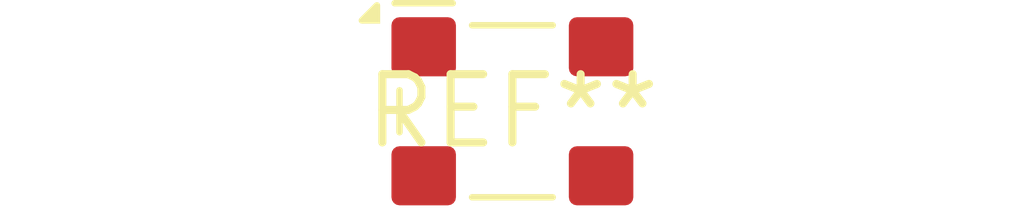
<source format=kicad_pcb>
(kicad_pcb (version 20240108) (generator pcbnew)
  (layers (0 "F.Cu" signal) (31 "B.Cu" signal) (34 "B.Paste" user) (35 "F.Paste" user) (36 "B.SilkS" user "B.Silkscreen") (37 "F.SilkS" user "F.Silkscreen") (38 "B.Mask" user) (39 "F.Mask" user) (44 "Edge.Cuts" user))
  (net 0 "")
  (footprint "Sharp_GP2S700HCP" (layer "F.Cu") (at 0 0)
    (property "Reference" "REF**")
    (property "Value" "Sharp_GP2S700HCP")
    (fp_line (start -2.1 -0.39) (end -2.1 0.39) (layer "F.SilkS") (stroke (width 0.12)))
    (fp_line (start -1.11 -2.01) (end -2.19 -2.01) (layer "F.SilkS") (stroke (width 0.12)))
    (fp_line (start -0.75 -1.6) (end 0.75 -1.6) (layer "F.SilkS") (stroke (width 0.12)))
    (fp_line (start -0.75 1.6) (end 0.75 1.6) (layer "F.SilkS") (stroke (width 0.12)))
    (fp_poly (pts (xy -2.52 -1.69) (xy -2.8 -1.69) (xy -2.52 -1.97) (xy -2.52 -1.69)) (layer "F.SilkS") (stroke (width 0.12)) (fill solid))
    (pad "1" smd roundrect (at -1.65 -1.2) (size 1.2 1.1) (layers "F.Cu" "F.Paste" "F.Mask") (roundrect_rratio 0.1363636364))
    (pad "2" smd roundrect (at -1.65 1.2) (size 1.2 1.1) (layers "F.Cu" "F.Paste" "F.Mask") (roundrect_rratio 0.1363636364))
    (pad "3" smd roundrect (at 1.65 1.2) (size 1.2 1.1) (layers "F.Cu" "F.Paste" "F.Mask") (roundrect_rratio 0.1363636364))
    (pad "4" smd roundrect (at 1.65 -1.2) (size 1.2 1.1) (layers "F.Cu" "F.Paste" "F.Mask") (roundrect_rratio 0.1363636364))
  )
)
</source>
